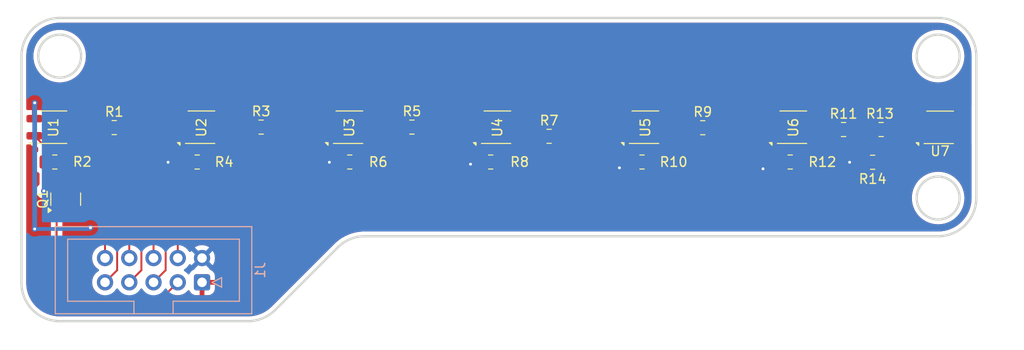
<source format=kicad_pcb>
(kicad_pcb (version 20240108) (generator "pcbnew") (generator_version "8.0")
  (layers (0 "F.Cu" signal) (31 "B.Cu" signal) (34 "B.Paste" user) (35 "F.Paste" user) (36 "B.SilkS" user "B.Silkscreen") (37 "F.SilkS" user "F.Silkscreen") (38 "B.Mask" user) (39 "F.Mask" user) (44 "Edge.Cuts" user))
  (net 0 "")
  (net 1 "BIT_0")
  (net 2 "GND")
  (net 3 "BIT_4")
  (net 4 "BIT_3")
  (net 5 "LED_ON")
  (net 6 "BIT_5")
  (net 7 "VCC_3V3")
  (net 8 "BIT_1")
  (net 9 "BIT_2")
  (net 10 "BIT_6")
  (net 11 "Net-(Q1-D)")
  (net 12 "Net-(U1-K)")
  (net 13 "Net-(U2-K)")
  (net 14 "Net-(U3-K)")
  (net 15 "Net-(U4-K)")
  (net 16 "Net-(U5-K)")
  (net 17 "Net-(U6-K)")
  (net 18 "Net-(U7-K)")
  (footprint "Resistor_SMD:R_0805_2012Metric_Pad1.20x1.40mm_HandSolder" (layer "F.Cu") (at 144.7546 107.4166)
    (property "Reference" "R6" (at 2.9812 0 0) (layer "F.SilkS"))
    (property "Value" "47k (1%)" (hide yes))
    (fp_line (start -0.227064 -0.735) (end 0.227064 -0.735) (stroke (width 0.12)) (layer "F.SilkS"))
    (fp_line (start -0.227064 0.735) (end 0.227064 0.735) (stroke (width 0.12)) (layer "F.SilkS"))
    (pad "1" smd roundrect (at -1 0) (size 1.2 1.4) (layers "F.Cu" "F.Paste" "F.Mask") (roundrect_rratio 0.208333) (net 7 "VCC_3V3"))
    (pad "2" smd roundrect (at 1 0) (size 1.2 1.4) (layers "F.Cu" "F.Paste" "F.Mask") (roundrect_rratio 0.208333) (net 9 "BIT_2"))
  )
  (footprint "OptoDevice:OnSemi_CASE100CY" (layer "F.Cu") (at 144.716666 103.7723 90)
    (property "Reference" "U3" (at -0.0375 0 90) (layer "F.SilkS"))
    (property "Value" "QRE1113GR / ITR8307" (hide yes))
    (fp_line (start 1.7 1.4) (end 1.7 -1.4) (stroke (width 0.12)) (layer "F.SilkS"))
    (fp_line (start -1.7 1.4) (end -1.7 -1.67) (stroke (width 0.12)) (layer "F.SilkS"))
    (fp_poly (pts (xy -1.61 -2.23) (xy -1.89 -2.23) (xy -1.61 -2.51) (xy -1.61 -2.23)) (stroke (width 0.12)) (fill solid) (layer "F.SilkS"))
    (pad "1" smd roundrect (at -0.9 -2 90) (size 0.79 1.66) (layers "F.Cu" "F.Paste" "F.Mask") (net 7 "VCC_3V3"))
    (pad "2" smd roundrect (at -0.9 2 90) (size 0.79 1.66) (layers "F.Cu" "F.Paste" "F.Mask") (net 14 "Net-(U3-K)"))
    (pad "3" smd roundrect (at 0.9 2 90) (size 0.79 1.66) (layers "F.Cu" "F.Paste" "F.Mask") (net 9 "BIT_2"))
    (pad "4" smd roundrect (at 0.9 -2 90) (size 0.79 1.66) (layers "F.Cu" "F.Paste" "F.Mask") (net 2 "GND"))
  )
  (footprint "OptoDevice:OnSemi_CASE100CY" (layer "F.Cu") (at 191.208065 103.7723 90)
    (property "Reference" "U6" (at -0.0375 0 90) (layer "F.SilkS"))
    (property "Value" "QRE1113GR / ITR8307" (hide yes))
    (fp_line (start 1.7 1.4) (end 1.7 -1.4) (stroke (width 0.12)) (layer "F.SilkS"))
    (fp_line (start -1.7 1.4) (end -1.7 -1.67) (stroke (width 0.12)) (layer "F.SilkS"))
    (fp_poly (pts (xy -1.61 -2.23) (xy -1.89 -2.23) (xy -1.61 -2.51) (xy -1.61 -2.23)) (stroke (width 0.12)) (fill solid) (layer "F.SilkS"))
    (pad "1" smd roundrect (at -0.9 -2 90) (size 0.79 1.66) (layers "F.Cu" "F.Paste" "F.Mask") (net 7 "VCC_3V3"))
    (pad "2" smd roundrect (at -0.9 2 90) (size 0.79 1.66) (layers "F.Cu" "F.Paste" "F.Mask") (net 17 "Net-(U6-K)"))
    (pad "3" smd roundrect (at 0.9 2 90) (size 0.79 1.66) (layers "F.Cu" "F.Paste" "F.Mask") (net 6 "BIT_5"))
    (pad "4" smd roundrect (at 0.9 -2 90) (size 0.79 1.66) (layers "F.Cu" "F.Paste" "F.Mask") (net 2 "GND"))
  )
  (footprint "Resistor_SMD:R_0805_2012Metric_Pad1.20x1.40mm_HandSolder" (layer "F.Cu") (at 181.724904 103.82439)
    (property "Reference" "R9" (at 0 -1.65 0) (layer "F.SilkS"))
    (property "Value" "47 (1%)" (hide yes))
    (fp_line (start -0.227064 -0.735) (end 0.227064 -0.735) (stroke (width 0.12)) (layer "F.SilkS"))
    (fp_line (start -0.227064 0.735) (end 0.227064 0.735) (stroke (width 0.12)) (layer "F.SilkS"))
    (pad "1" smd roundrect (at -1 0) (size 1.2 1.4) (layers "F.Cu" "F.Paste" "F.Mask") (roundrect_rratio 0.208333) (net 16 "Net-(U5-K)"))
    (pad "2" smd roundrect (at 1 0) (size 1.2 1.4) (layers "F.Cu" "F.Paste" "F.Mask") (roundrect_rratio 0.208333) (net 11 "Net-(Q1-D)"))
  )
  (footprint "Resistor_SMD:R_0805_2012Metric_Pad1.20x1.40mm_HandSolder" (layer "F.Cu") (at 200.406 104.013 180)
    (property "Reference" "R13" (at 0.127 1.651 0) (layer "F.SilkS"))
    (property "Value" "47 (1%)" (hide yes))
    (fp_line (start -0.227064 0.735) (end 0.227064 0.735) (stroke (width 0.12)) (layer "F.SilkS"))
    (fp_line (start -0.227064 -0.735) (end 0.227064 -0.735) (stroke (width 0.12)) (layer "F.SilkS"))
    (pad "1" smd roundrect (at -1 0 180) (size 1.2 1.4) (layers "F.Cu" "F.Paste" "F.Mask") (roundrect_rratio 0.208333) (net 18 "Net-(U7-K)"))
    (pad "2" smd roundrect (at 1 0 180) (size 1.2 1.4) (layers "F.Cu" "F.Paste" "F.Mask") (roundrect_rratio 0.208333) (net 11 "Net-(Q1-D)"))
  )
  (footprint "Resistor_SMD:R_0805_2012Metric_Pad1.20x1.40mm_HandSolder" (layer "F.Cu") (at 165.6334 104.7242)
    (property "Reference" "R7" (at 0 -1.65 0) (layer "F.SilkS"))
    (property "Value" "47 (1%)" (hide yes))
    (fp_line (start -0.227064 -0.735) (end 0.227064 -0.735) (stroke (width 0.12)) (layer "F.SilkS"))
    (fp_line (start -0.227064 0.735) (end 0.227064 0.735) (stroke (width 0.12)) (layer "F.SilkS"))
    (pad "1" smd roundrect (at -1 0) (size 1.2 1.4) (layers "F.Cu" "F.Paste" "F.Mask") (roundrect_rratio 0.208333) (net 15 "Net-(U4-K)"))
    (pad "2" smd roundrect (at 1 0) (size 1.2 1.4) (layers "F.Cu" "F.Paste" "F.Mask") (roundrect_rratio 0.208333) (net 11 "Net-(Q1-D)"))
  )
  (footprint "OptoDevice:OnSemi_CASE100CY" (layer "F.Cu") (at 129.219533 103.7723 90)
    (property "Reference" "U2" (at -0.0375 0 90) (layer "F.SilkS"))
    (property "Value" "QRE1113GR / ITR8307" (hide yes))
    (fp_line (start 1.7 1.4) (end 1.7 -1.4) (stroke (width 0.12)) (layer "F.SilkS"))
    (fp_line (start -1.7 1.4) (end -1.7 -1.67) (stroke (width 0.12)) (layer "F.SilkS"))
    (fp_poly (pts (xy -1.61 -2.23) (xy -1.89 -2.23) (xy -1.61 -2.51) (xy -1.61 -2.23)) (stroke (width 0.12)) (fill solid) (layer "F.SilkS"))
    (pad "1" smd roundrect (at -0.9 -2 90) (size 0.79 1.66) (layers "F.Cu" "F.Paste" "F.Mask") (net 7 "VCC_3V3"))
    (pad "2" smd roundrect (at -0.9 2 90) (size 0.79 1.66) (layers "F.Cu" "F.Paste" "F.Mask") (net 13 "Net-(U2-K)"))
    (pad "3" smd roundrect (at 0.9 2 90) (size 0.79 1.66) (layers "F.Cu" "F.Paste" "F.Mask") (net 8 "BIT_1"))
    (pad "4" smd roundrect (at 0.9 -2 90) (size 0.79 1.66) (layers "F.Cu" "F.Paste" "F.Mask") (net 2 "GND"))
  )
  (footprint "OptoDevice:OnSemi_CASE100CY" (layer "F.Cu") (at 160.213799 103.7723 90)
    (property "Reference" "U4" (at -0.0375 0 90) (layer "F.SilkS"))
    (property "Value" "QRE1113GR / ITR8307" (hide yes))
    (fp_line (start 1.7 1.4) (end 1.7 -1.4) (stroke (width 0.12)) (layer "F.SilkS"))
    (fp_line (start -1.7 1.4) (end -1.7 -1.67) (stroke (width 0.12)) (layer "F.SilkS"))
    (fp_poly (pts (xy -1.61 -2.23) (xy -1.89 -2.23) (xy -1.61 -2.51) (xy -1.61 -2.23)) (stroke (width 0.12)) (fill solid) (layer "F.SilkS"))
    (pad "1" smd roundrect (at -0.9 -2 90) (size 0.79 1.66) (layers "F.Cu" "F.Paste" "F.Mask") (net 7 "VCC_3V3"))
    (pad "2" smd roundrect (at -0.9 2 90) (size 0.79 1.66) (layers "F.Cu" "F.Paste" "F.Mask") (net 15 "Net-(U4-K)"))
    (pad "3" smd roundrect (at 0.9 2 90) (size 0.79 1.66) (layers "F.Cu" "F.Paste" "F.Mask") (net 4 "BIT_3"))
    (pad "4" smd roundrect (at 0.9 -2 90) (size 0.79 1.66) (layers "F.Cu" "F.Paste" "F.Mask") (net 2 "GND"))
  )
  (footprint "OptoDevice:OnSemi_CASE100CY" (layer "F.Cu") (at 113.7224 103.7723 90)
    (property "Reference" "U1" (at -0.0375 0 90) (layer "F.SilkS"))
    (property "Value" "QRE1113GR / ITR8307" (hide yes))
    (fp_line (start 1.7 1.4) (end 1.7 -1.4) (stroke (width 0.12)) (layer "F.SilkS"))
    (fp_line (start -1.7 1.4) (end -1.7 -1.67) (stroke (width 0.12)) (layer "F.SilkS"))
    (fp_poly (pts (xy -1.61 -2.23) (xy -1.89 -2.23) (xy -1.61 -2.51) (xy -1.61 -2.23)) (stroke (width 0.12)) (fill solid) (layer "F.SilkS"))
    (pad "1" smd roundrect (at -0.9 -2 90) (size 0.79 1.66) (layers "F.Cu" "F.Paste" "F.Mask") (net 7 "VCC_3V3"))
    (pad "2" smd roundrect (at -0.9 2 90) (size 0.79 1.66) (layers "F.Cu" "F.Paste" "F.Mask") (net 12 "Net-(U1-K)"))
    (pad "3" smd roundrect (at 0.9 2 90) (size 0.79 1.66) (layers "F.Cu" "F.Paste" "F.Mask") (net 1 "BIT_0"))
    (pad "4" smd roundrect (at 0.9 -2 90) (size 0.79 1.66) (layers "F.Cu" "F.Paste" "F.Mask") (net 2 "GND"))
  )
  (footprint "Resistor_SMD:R_0805_2012Metric_Pad1.20x1.40mm_HandSolder" (layer "F.Cu") (at 128.778 107.4166)
    (property "Reference" "R4" (at 2.8194 0 0) (layer "F.SilkS"))
    (property "Value" "47k (1%)" (hide yes))
    (fp_line (start -0.227064 -0.735) (end 0.227064 -0.735) (stroke (width 0.12)) (layer "F.SilkS"))
    (fp_line (start -0.227064 0.735) (end 0.227064 0.735) (stroke (width 0.12)) (layer "F.SilkS"))
    (pad "1" smd roundrect (at -1 0) (size 1.2 1.4) (layers "F.Cu" "F.Paste" "F.Mask") (roundrect_rratio 0.208333) (net 7 "VCC_3V3"))
    (pad "2" smd roundrect (at 1 0) (size 1.2 1.4) (layers "F.Cu" "F.Paste" "F.Mask") (roundrect_rratio 0.208333) (net 8 "BIT_1"))
  )
  (footprint "OptoDevice:OnSemi_CASE100CY" (layer "F.Cu") (at 175.710932 103.7723 90)
    (property "Reference" "U5" (at -0.0375 0 90) (layer "F.SilkS"))
    (property "Value" "QRE1113GR / ITR8307" (hide yes))
    (fp_line (start 1.7 1.4) (end 1.7 -1.4) (stroke (width 0.12)) (layer "F.SilkS"))
    (fp_line (start -1.7 1.4) (end -1.7 -1.67) (stroke (width 0.12)) (layer "F.SilkS"))
    (fp_poly (pts (xy -1.61 -2.23) (xy -1.89 -2.23) (xy -1.61 -2.51) (xy -1.61 -2.23)) (stroke (width 0.12)) (fill solid) (layer "F.SilkS"))
    (pad "1" smd roundrect (at -0.9 -2 90) (size 0.79 1.66) (layers "F.Cu" "F.Paste" "F.Mask") (net 7 "VCC_3V3"))
    (pad "2" smd roundrect (at -0.9 2 90) (size 0.79 1.66) (layers "F.Cu" "F.Paste" "F.Mask") (net 16 "Net-(U5-K)"))
    (pad "3" smd roundrect (at 0.9 2 90) (size 0.79 1.66) (layers "F.Cu" "F.Paste" "F.Mask") (net 3 "BIT_4"))
    (pad "4" smd roundrect (at 0.9 -2 90) (size 0.79 1.66) (layers "F.Cu" "F.Paste" "F.Mask") (net 2 "GND"))
  )
  (footprint "Resistor_SMD:R_0805_2012Metric_Pad1.20x1.40mm_HandSolder" (layer "F.Cu") (at 151.2664 103.759)
    (property "Reference" "R5" (at 0 -1.65 0) (layer "F.SilkS"))
    (property "Value" "47 (1%)" (hide yes))
    (fp_line (start -0.227064 -0.735) (end 0.227064 -0.735) (stroke (width 0.12)) (layer "F.SilkS"))
    (fp_line (start -0.227064 0.735) (end 0.227064 0.735) (stroke (width 0.12)) (layer "F.SilkS"))
    (pad "1" smd roundrect (at -1 0) (size 1.2 1.4) (layers "F.Cu" "F.Paste" "F.Mask") (roundrect_rratio 0.208333) (net 14 "Net-(U3-K)"))
    (pad "2" smd roundrect (at 1 0) (size 1.2 1.4) (layers "F.Cu" "F.Paste" "F.Mask") (roundrect_rratio 0.208333) (net 11 "Net-(Q1-D)"))
  )
  (footprint "Resistor_SMD:R_0805_2012Metric_Pad1.20x1.40mm_HandSolder" (layer "F.Cu") (at 190.881 107.4166)
    (property "Reference" "R12" (at 3.3688 0 0) (layer "F.SilkS"))
    (property "Value" "47k (1%)" (hide yes))
    (fp_line (start -0.227064 -0.735) (end 0.227064 -0.735) (stroke (width 0.12)) (layer "F.SilkS"))
    (fp_line (start -0.227064 0.735) (end 0.227064 0.735) (stroke (width 0.12)) (layer "F.SilkS"))
    (pad "1" smd roundrect (at -1 0) (size 1.2 1.4) (layers "F.Cu" "F.Paste" "F.Mask") (roundrect_rratio 0.208333) (net 7 "VCC_3V3"))
    (pad "2" smd roundrect (at 1 0) (size 1.2 1.4) (layers "F.Cu" "F.Paste" "F.Mask") (roundrect_rratio 0.208333) (net 6 "BIT_5"))
  )
  (footprint "Resistor_SMD:R_0805_2012Metric_Pad1.20x1.40mm_HandSolder" (layer "F.Cu") (at 175.3616 107.4166)
    (property "Reference" "R10" (at 3.3114 0 0) (layer "F.SilkS"))
    (property "Value" "47k (1%)" (hide yes))
    (fp_line (start -0.227064 -0.735) (end 0.227064 -0.735) (stroke (width 0.12)) (layer "F.SilkS"))
    (fp_line (start -0.227064 0.735) (end 0.227064 0.735) (stroke (width 0.12)) (layer "F.SilkS"))
    (pad "1" smd roundrect (at -1 0) (size 1.2 1.4) (layers "F.Cu" "F.Paste" "F.Mask") (roundrect_rratio 0.208333) (net 7 "VCC_3V3"))
    (pad "2" smd roundrect (at 1 0) (size 1.2 1.4) (layers "F.Cu" "F.Paste" "F.Mask") (roundrect_rratio 0.208333) (net 3 "BIT_4"))
  )
  (footprint "Resistor_SMD:R_0805_2012Metric_Pad1.20x1.40mm_HandSolder" (layer "F.Cu") (at 159.512 107.4166)
    (property "Reference" "R8" (at 3.032 0 0) (layer "F.SilkS"))
    (property "Value" "47k (1%)" (hide yes))
    (fp_line (start -0.227064 -0.735) (end 0.227064 -0.735) (stroke (width 0.12)) (layer "F.SilkS"))
    (fp_line (start -0.227064 0.735) (end 0.227064 0.735) (stroke (width 0.12)) (layer "F.SilkS"))
    (pad "1" smd roundrect (at -1 0) (size 1.2 1.4) (layers "F.Cu" "F.Paste" "F.Mask") (roundrect_rratio 0.208333) (net 7 "VCC_3V3"))
    (pad "2" smd roundrect (at 1 0) (size 1.2 1.4) (layers "F.Cu" "F.Paste" "F.Mask") (roundrect_rratio 0.208333) (net 4 "BIT_3"))
  )
  (footprint "Resistor_SMD:R_0805_2012Metric_Pad1.20x1.40mm_HandSolder" (layer "F.Cu") (at 196.469 104.013)
    (property "Reference" "R11" (at 0 -1.65 0) (layer "F.SilkS"))
    (property "Value" "47 (1%)" (hide yes))
    (fp_line (start -0.227064 -0.735) (end 0.227064 -0.735) (stroke (width 0.12)) (layer "F.SilkS"))
    (fp_line (start -0.227064 0.735) (end 0.227064 0.735) (stroke (width 0.12)) (layer "F.SilkS"))
    (pad "1" smd roundrect (at -1 0) (size 1.2 1.4) (layers "F.Cu" "F.Paste" "F.Mask") (roundrect_rratio 0.208333) (net 17 "Net-(U6-K)"))
    (pad "2" smd roundrect (at 1 0) (size 1.2 1.4) (layers "F.Cu" "F.Paste" "F.Mask") (roundrect_rratio 0.208333) (net 11 "Net-(Q1-D)"))
  )
  (footprint "Resistor_SMD:R_0805_2012Metric_Pad1.20x1.40mm_HandSolder" (layer "F.Cu") (at 120.0912 103.8098)
    (property "Reference" "R1" (at 0 -1.65 0) (layer "F.SilkS"))
    (property "Value" "47 (1%)" (hide yes))
    (fp_line (start -0.227064 -0.735) (end 0.227064 -0.735) (stroke (width 0.12)) (layer "F.SilkS"))
    (fp_line (start -0.227064 0.735) (end 0.227064 0.735) (stroke (width 0.12)) (layer "F.SilkS"))
    (pad "1" smd roundrect (at -1 0) (size 1.2 1.4) (layers "F.Cu" "F.Paste" "F.Mask") (roundrect_rratio 0.208333) (net 12 "Net-(U1-K)"))
    (pad "2" smd roundrect (at 1 0) (size 1.2 1.4) (layers "F.Cu" "F.Paste" "F.Mask") (roundrect_rratio 0.208333) (net 11 "Net-(Q1-D)"))
  )
  (footprint "OptoDevice:OnSemi_CASE100CY" (layer "F.Cu") (at 206.5782 103.7844 90)
    (property "Reference" "U7" (at -2.5 0 0) (layer "F.SilkS"))
    (property "Value" "QRE1113GR / ITR8307" (hide yes))
    (fp_line (start 1.7 1.4) (end 1.7 -1.4) (stroke (width 0.12)) (layer "F.SilkS"))
    (fp_line (start -1.7 1.4) (end -1.7 -1.67) (stroke (width 0.12)) (layer "F.SilkS"))
    (fp_poly (pts (xy -1.61 -2.23) (xy -1.89 -2.23) (xy -1.61 -2.51) (xy -1.61 -2.23)) (stroke (width 0.12)) (fill solid) (layer "F.SilkS"))
    (pad "1" smd roundrect (at -0.9 -2 90) (size 0.79 1.66) (layers "F.Cu" "F.Paste" "F.Mask") (net 7 "VCC_3V3"))
    (pad "2" smd roundrect (at -0.9 2 90) (size 0.79 1.66) (layers "F.Cu" "F.Paste" "F.Mask") (net 18 "Net-(U7-K)"))
    (pad "3" smd roundrect (at 0.9 2 90) (size 0.79 1.66) (layers "F.Cu" "F.Paste" "F.Mask") (net 10 "BIT_6"))
    (pad "4" smd roundrect (at 0.9 -2 90) (size 0.79 1.66) (layers "F.Cu" "F.Paste" "F.Mask") (net 2 "GND"))
  )
  (footprint "Package_TO_SOT_SMD:SOT-23" (layer "F.Cu") (at 115.00769 111.309255 90)
    (property "Reference" "Q1" (at 0 -2.4 90) (layer "F.SilkS"))
    (property "Value" "AO3400A" (hide yes))
    (fp_line (start 0 -1.56) (end 0.65 -1.56) (stroke (width 0.12)) (layer "F.SilkS"))
    (fp_line (start 0 -1.56) (end -0.65 -1.56) (stroke (width 0.12)) (layer "F.SilkS"))
    (fp_line (start 0 1.56) (end 0.65 1.56) (stroke (width 0.12)) (layer "F.SilkS"))
    (fp_line (start 0 1.56) (end -0.65 1.56) (stroke (width 0.12)) (layer "F.SilkS"))
    (fp_poly (pts (xy -1.1625 -1.51) (xy -1.4025 -1.84) (xy -0.9225 -1.84) (xy -1.1625 -1.51)) (stroke (width 0.12)) (fill solid) (layer "F.SilkS"))
    (pad "1" smd roundrect (at -0.9375 -0.95 90) (size 1.475 0.6) (layers "F.Cu" "F.Paste" "F.Mask") (net 5 "LED_ON"))
    (pad "2" smd roundrect (at -0.9375 0.95 90) (size 1.475 0.6) (layers "F.Cu" "F.Paste" "F.Mask") (net 2 "GND"))
    (pad "3" smd roundrect (at 0.9375 0 90) (size 1.475 0.6) (layers "F.Cu" "F.Paste" "F.Mask") (net 11 "Net-(Q1-D)"))
  )
  (footprint "Resistor_SMD:R_0805_2012Metric_Pad1.20x1.40mm_HandSolder" (layer "F.Cu") (at 199.517 107.442)
    (property "Reference" "R14" (at 0 1.7526 0) (layer "F.SilkS"))
    (property "Value" "47k (1%)" (hide yes))
    (fp_line (start -0.227064 -0.735) (end 0.227064 -0.735) (stroke (width 0.12)) (layer "F.SilkS"))
    (fp_line (start -0.227064 0.735) (end 0.227064 0.735) (stroke (width 0.12)) (layer "F.SilkS"))
    (pad "1" smd roundrect (at -1 0) (size 1.2 1.4) (layers "F.Cu" "F.Paste" "F.Mask") (roundrect_rratio 0.208333) (net 7 "VCC_3V3"))
    (pad "2" smd roundrect (at 1 0) (size 1.2 1.4) (layers "F.Cu" "F.Paste" "F.Mask") (roundrect_rratio 0.208333) (net 10 "BIT_6"))
  )
  (footprint "Resistor_SMD:R_0805_2012Metric_Pad1.20x1.40mm_HandSolder" (layer "F.Cu") (at 113.8682 107.4166)
    (property "Reference" "R2" (at 2.8796 -0.0254 0) (layer "F.SilkS"))
    (property "Value" "47k (1%)" (hide yes))
    (fp_line (start -0.227064 -0.735) (end 0.227064 -0.735) (stroke (width 0.12)) (layer "F.SilkS"))
    (fp_line (start -0.227064 0.735) (end 0.227064 0.735) (stroke (width 0.12)) (layer "F.SilkS"))
    (pad "1" smd roundrect (at -1 0) (size 1.2 1.4) (layers "F.Cu" "F.Paste" "F.Mask") (roundrect_rratio 0.208333) (net 7 "VCC_3V3"))
    (pad "2" smd roundrect (at 1 0) (size 1.2 1.4) (layers "F.Cu" "F.Paste" "F.Mask") (roundrect_rratio 0.208333) (net 1 "BIT_0"))
  )
  (footprint "Resistor_SMD:R_0805_2012Metric_Pad1.20x1.40mm_HandSolder" (layer "F.Cu") (at 135.4742 103.759)
    (property "Reference" "R3" (at 0 -1.65 0) (layer "F.SilkS"))
    (property "Value" "47 (1%)" (hide yes))
    (fp_line (start -0.227064 -0.735) (end 0.227064 -0.735) (stroke (width 0.12)) (layer "F.SilkS"))
    (fp_line (start -0.227064 0.735) (end 0.227064 0.735) (stroke (width 0.12)) (layer "F.SilkS"))
    (pad "1" smd roundrect (at -1 0) (size 1.2 1.4) (layers "F.Cu" "F.Paste" "F.Mask") (roundrect_rratio 0.208333) (net 13 "Net-(U2-K)"))
    (pad "2" smd roundrect (at 1 0) (size 1.2 1.4) (layers "F.Cu" "F.Paste" "F.Mask") (roundrect_rratio 0.208333) (net 11 "Net-(Q1-D)"))
  )
  (footprint "Connector_IDC:IDC-Header_2x05_P2.54mm_Vertical" (layer "B.Cu") (at 129.286 120.015 90)
    (property "Reference" "J1" (at 1.27 6.1 -90) (layer "B.SilkS") (effects (justify mirror)))
    (property "Value" "Conn_02x05_Counter_Clockwise" (hide yes))
    (fp_line (start 5.83 -15.37) (end 5.83 5.21) (stroke (width 0.12)) (layer "B.SilkS"))
    (fp_line (start -3.29 -15.37) (end 5.83 -15.37) (stroke (width 0.12)) (layer "B.SilkS"))
    (fp_line (start 4.52 -14.07) (end 4.52 3.91) (stroke (width 0.12)) (layer "B.SilkS"))
    (fp_line (start -1.98 -14.07) (end 4.52 -14.07) (stroke (width 0.12)) (layer "B.SilkS"))
    (fp_line (start -1.98 -7.13) (end -1.98 -14.07) (stroke (width 0.12)) (layer "B.SilkS"))
    (fp_line (start -1.98 -7.13) (end -1.98 -7.13) (stroke (width 0.12)) (layer "B.SilkS"))
    (fp_line (start -3.29 -7.13) (end -1.98 -7.13) (stroke (width 0.12)) (layer "B.SilkS"))
    (fp_line (start -1.98 -3.03) (end -3.29 -3.03) (stroke (width 0.12)) (layer "B.SilkS"))
    (fp_line (start -0.01 1.05) (end -0.51 2.05) (stroke (width 0.12)) (layer "B.SilkS"))
    (fp_line (start 0.49 2.05) (end -0.01 1.05) (stroke (width 0.12)) (layer "B.SilkS"))
    (fp_line (start -0.51 2.05) (end 0.49 2.05) (stroke (width 0.12)) (layer "B.SilkS"))
    (fp_line (start 4.52 3.91) (end -1.98 3.91) (stroke (width 0.12)) (layer "B.SilkS"))
    (fp_line (start -1.98 3.91) (end -1.98 -3.03) (stroke (width 0.12)) (layer "B.SilkS"))
    (fp_line (start 5.83 5.21) (end -3.29 5.21) (stroke (width 0.12)) (layer "B.SilkS"))
    (fp_line (start -3.29 5.21) (end -3.29 -15.37) (stroke (width 0.12)) (layer "B.SilkS"))
    (pad "1" thru_hole roundrect (at 0 0 90) (size 1.7 1.7) (drill 1) (layers "*.Cu" "*.Mask") (roundrect_rratio 0.147059) (net 2 "GND"))
    (pad "2" thru_hole circle (at 2.54 0 90) (size 1.7 1.7) (drill 1) (layers "*.Cu" "*.Mask") (net 7 "VCC_3V3"))
    (pad "3" thru_hole circle (at 0 -2.54 90) (size 1.7 1.7) (drill 1) (layers "*.Cu" "*.Mask") (net 5 "LED_ON"))
    (pad "4" thru_hole circle (at 2.54 -2.54 90) (size 1.7 1.7) (drill 1) (layers "*.Cu" "*.Mask") (net 10 "BIT_6"))
    (pad "5" thru_hole circle (at 0 -5.08 90) (size 1.7 1.7) (drill 1) (layers "*.Cu" "*.Mask") (net 6 "BIT_5"))
    (pad "6" thru_hole circle (at 2.54 -5.08 90) (size 1.7 1.7) (drill 1) (layers "*.Cu" "*.Mask") (net 3 "BIT_4"))
    (pad "7" thru_hole circle (at 0 -7.62 90) (size 1.7 1.7) (drill 1) (layers "*.Cu" "*.Mask") (net 4 "BIT_3"))
    (pad "8" thru_hole circle (at 2.54 -7.62 90) (size 1.7 1.7) (drill 1) (layers "*.Cu" "*.Mask") (net 9 "BIT_2"))
    (pad "9" thru_hole circle (at 0 -10.16 90) (size 1.7 1.7) (drill 1) (layers "*.Cu" "*.Mask") (net 8 "BIT_1"))
    (pad "10" thru_hole circle (at 2.54 -10.16 90) (size 1.7 1.7) (drill 1) (layers "*.Cu" "*.Mask") (net 1 "BIT_0"))
  )
  (gr_arc (start 110.375 96.329) (mid 111.546573 93.500573) (end 114.374999 92.329) (stroke (width 0.25)) (layer "Edge.Cuts"))
  (gr_arc (start 210.375 111.189) (mid 209.203427 114.017427) (end 206.375 115.189) (stroke (width 0.25)) (layer "Edge.Cuts"))
  (gr_circle (center 206.375 111.189) (end 208.625 111.189) (stroke (width 0.25)) (fill none) (layer "Edge.Cuts"))
  (gr_arc (start 114.375 124.079) (mid 111.546573 122.907427) (end 110.375 120.079001) (stroke (width 0.25)) (layer "Edge.Cuts"))
  (gr_line (start 206.375 92.329) (end 114.374999 92.329) (stroke (width 0.25)) (layer "Edge.Cuts"))
  (gr_arc (start 206.375 92.329) (mid 209.203427 93.500573) (end 210.375 96.329) (stroke (width 0.25)) (layer "Edge.Cuts"))
  (gr_line (start 136.946573 122.907427) (end 143.493427 116.360573) (stroke (width 0.25)) (layer "Edge.Cuts"))
  (gr_line (start 114.375 124.079) (end 134.118146 124.079) (stroke (width 0.25)) (layer "Edge.Cuts"))
  (gr_line (start 146.321854 115.189) (end 206.375 115.189) (stroke (width 0.25)) (layer "Edge.Cuts"))
  (gr_circle (center 114.375 96.329) (end 116.625 96.329) (stroke (width 0.25)) (fill none) (layer "Edge.Cuts"))
  (gr_line (start 110.375 96.329) (end 110.375 120.079001) (stroke (width 0.25)) (layer "Edge.Cuts"))
  (gr_line (start 210.375 111.189) (end 210.375 96.329) (stroke (width 0.25)) (layer "Edge.Cuts"))
  (gr_arc (start 136.946573 122.907427) (mid 135.64888 123.774518) (end 134.118146 124.079) (stroke (width 0.25)) (layer "Edge.Cuts"))
  (gr_arc (start 143.493427 116.360573) (mid 144.79112 115.493482) (end 146.321854 115.189) (stroke (width 0.25)) (layer "Edge.Cuts"))
  (gr_circle (center 206.375 96.329) (end 208.625 96.329) (stroke (width 0.25)) (fill none) (layer "Edge.Cuts"))
  (segment (start 119.126 111.6744) (end 119.126 117.475) (width 0.2) (layer "F.Cu") (net 1))
  (segment (start 115.4684 107.2388) (end 115.4684 107.2642) (width 0.2) (layer "F.Cu") (net 1))
  (segment (start 115.4684 107.2642) (end 115.316 107.4166) (width 0.2) (layer "F.Cu") (net 1))
  (segment (start 116.8524 105.8548) (end 115.4684 107.2388) (width 0.2) (layer "F.Cu") (net 1))
  (segment (start 115.316 107.4166) (end 114.8682 107.4166) (width 0.2) (layer "F.Cu") (net 1))
  (segment (start 114.8682 107.4166) (end 119.126 111.6744) (width 0.2) (layer "F.Cu") (net 1))
  (segment (start 115.7224 102.8723) (end 116.8524 104.0023) (width 0.2) (layer "F.Cu") (net 1))
  (segment (start 116.8524 104.0023) (end 116.8524 105.8548) (width 0.2) (layer "F.Cu") (net 1))
  (segment (start 111.7224 102.8723) (end 111.7224 101.2566) (width 0.5) (layer "F.Cu") (net 2))
  (segment (start 111.7224 101.2566) (end 111.76 101.219) (width 0.2) (layer "F.Cu") (net 2))
  (via (at 111.76 114.427) (size 0.6) (drill 0.3) (layers "F.Cu" "B.Cu") (net 2))
  (via (at 111.76 101.219) (size 0.6) (drill 0.3) (layers "F.Cu" "B.Cu") (net 2))
  (via (at 117.602 114.3) (size 0.6) (drill 0.3) (layers "F.Cu" "B.Cu") (net 2))
  (segment (start 117.602 114.3) (end 117.475 114.427) (width 0.4) (layer "B.Cu") (net 2))
  (segment (start 111.76 101.219) (end 111.76 114.427) (width 0.5) (layer "B.Cu") (net 2))
  (segment (start 117.475 114.427) (end 111.76 114.427) (width 0.4) (layer "B.Cu") (net 2))
  (segment (start 175.6284 109.639) (end 129.005628 109.639) (width 0.2) (layer "F.Cu") (net 3))
  (segment (start 177.710932 102.8723) (end 176.2252 104.358032) (width 0.2) (layer "F.Cu") (net 3))
  (segment (start 124.206 114.438628) (end 124.206 117.475) (width 0.2) (layer "F.Cu") (net 3))
  (segment (start 176.2252 104.358032) (end 176.2252 109.0422) (width 0.2) (layer "F.Cu") (net 3))
  (segment (start 129.005628 109.639) (end 124.206 114.438628) (width 0.2) (layer "F.Cu") (net 3))
  (segment (start 176.2252 109.0422) (end 175.6284 109.639) (width 0.2) (layer "F.Cu") (net 3))
  (segment (start 122.936 118.745) (end 122.936 115.142942) (width 0.2) (layer "F.Cu") (net 4))
  (segment (start 159.747 109.239) (end 160.4644 108.5216) (width 0.2) (layer "F.Cu") (net 4))
  (segment (start 121.666 120.015) (end 122.936 118.745) (width 0.2) (layer "F.Cu") (net 4))
  (segment (start 128.839942 109.239) (end 159.747 109.239) (width 0.2) (layer "F.Cu") (net 4))
  (segment (start 160.4644 108.5216) (end 160.4644 104.621699) (width 0.2) (layer "F.Cu") (net 4))
  (segment (start 160.4644 104.621699) (end 162.213799 102.8723) (width 0.2) (layer "F.Cu") (net 4))
  (segment (start 122.936 115.142942) (end 128.839942 109.239) (width 0.2) (layer "F.Cu") (net 4))
  (segment (start 124.587 122.174) (end 126.746 120.015) (width 0.2) (layer "F.Cu") (net 5))
  (segment (start 114.05769 118.88369) (end 117.348 122.174) (width 0.2) (layer "F.Cu") (net 5))
  (segment (start 117.348 122.174) (end 124.587 122.174) (width 0.2) (layer "F.Cu") (net 5))
  (segment (start 114.05769 112.246755) (end 114.05769 118.88369) (width 0.2) (layer "F.Cu") (net 5))
  (segment (start 191.881 104.199365) (end 191.881 109.49) (width 0.2) (layer "F.Cu") (net 6))
  (segment (start 129.171314 110.039) (end 125.476 113.734314) (width 0.2) (layer "F.Cu") (net 6))
  (segment (start 193.208065 102.8723) (end 191.881 104.199365) (width 0.2) (layer "F.Cu") (net 6))
  (segment (start 191.881 109.49) (end 191.332 110.039) (width 0.2) (layer "F.Cu") (net 6))
  (segment (start 125.476 118.745) (end 124.206 120.015) (width 0.2) (layer "F.Cu") (net 6))
  (segment (start 191.332 110.039) (end 129.171314 110.039) (width 0.2) (layer "F.Cu") (net 6))
  (segment (start 125.476 113.734314) (end 125.476 118.745) (width 0.2) (layer "F.Cu") (net 6))
  (segment (start 158.213799 106.169199) (end 158.213799 104.6723) (width 0.2) (layer "F.Cu") (net 7))
  (segment (start 202.438 105.918) (end 203.6716 104.6844) (width 0.2) (layer "F.Cu") (net 7))
  (segment (start 158.242 106.1974) (end 158.213799 106.169199) (width 0.2) (layer "F.Cu") (net 7))
  (segment (start 197.104 107.442) (end 198.517 107.442) (width 0.2) (layer "F.Cu") (net 7))
  (segment (start 112.7318 107.2802) (end 112.8682 107.4166) (width 0.2) (layer "F.Cu") (net 7))
  (segment (start 198.517 106.664) (end 199.263 105.918) (width 0.2) (layer "F.Cu") (net 7))
  (segment (start 112.8682 110.2962) (end 112.7252 110.4392) (width 0.2) (layer "F.Cu") (net 7))
  (segment (start 127.778 107.4166) (end 127.778 105.230767) (width 0.2) (layer "F.Cu") (net 7))
  (segment (start 112.8682 107.4166) (end 112.8682 110.2962) (width 0.2) (layer "F.Cu") (net 7))
  (segment (start 158.242 107.6452) (end 158.242 106.1974) (width 0.2) (layer "F.Cu") (net 7))
  (segment (start 198.517 107.442) (end 198.517 106.664) (width 0.2) (layer "F.Cu") (net 7))
  (segment (start 112.7318 105.6817) (end 112.7318 107.2802) (width 0.2) (layer "F.Cu") (net 7))
  (segment (start 142.6464 107.4166) (end 142.621 107.442) (width 0.2) (layer "F.Cu") (net 7))
  (segment (start 143.7546 107.4166) (end 142.6464 107.4166) (width 0.2) (layer "F.Cu") (net 7))
  (segment (start 143.7546 107.4166) (end 143.7546 105.710234) (width 0.2) (layer "F.Cu") (net 7))
  (segment (start 125.73 107.442) (end 127.7526 107.442) (width 0.2) (layer "F.Cu") (net 7))
  (segment (start 188.0362 108.1278) (end 190.3062 108.1278) (width 0.2) (layer "F.Cu") (net 7))
  (segment (start 190.3062 107.0704) (end 189.208065 105.972265) (width 0.2) (layer "F.Cu") (net 7))
  (segment (start 172.9994 108.0262) (end 174.2252 108.0262) (width 0.2) (layer "F.Cu") (net 7))
  (segment (start 157.4038 107.6452) (end 158.242 107.6452) (width 0.2) (layer "F.Cu") (net 7))
  (segment (start 143.7546 105.710234) (end 142.716666 104.6723) (width 0.2) (layer "F.Cu") (net 7))
  (segment (start 199.263 105.918) (end 202.438 105.918) (width 0.2) (layer "F.Cu") (net 7))
  (segment (start 189.208065 105.972265) (end 189.208065 104.6723) (width 0.2) (layer "F.Cu") (net 7))
  (segment (start 174.2252 105.186568) (end 173.710932 104.6723) (width 0.2) (layer "F.Cu") (net 7))
  (segment (start 190.3062 108.1278) (end 190.3062 107.0704) (width 0.2) (layer "F.Cu") (net 7))
  (segment (start 127.7526 107.442) (end 127.778 107.4166) (width 0.2) (layer "F.Cu") (net 7))
  (segment (start 127.778 105.230767) (end 127.219533 104.6723) (width 0.2) (layer "F.Cu") (net 7))
  (segment (start 203.6716 104.6844) (end 204.5782 104.6844) (width 0.2) (layer "F.Cu") (net 7))
  (segment (start 111.7224 104.6723) (end 112.7318 105.6817) (width 0.2) (layer "F.Cu") (net 7))
  (segment (start 174.2252 108.0262) (end 174.2252 105.186568) (width 0.2) (layer "F.Cu") (net 7))
  (via (at 125.73 107.442) (size 0.6) (drill 0.3) (layers "F.Cu" "B.Cu") (net 7))
  (via (at 142.621 107.442) (size 0.6) (drill 0.3) (layers "F.Cu" "B.Cu") (net 7))
  (via (at 197.104 107.442) (size 0.6) (drill 0.3) (layers "F.Cu" "B.Cu") (net 7))
  (via (at 172.9994 108.0262) (size 0.6) (drill 0.3) (layers "F.Cu" "B.Cu") (net 7))
  (via (at 157.4038 107.6452) (size 0.6) (drill 0.3) (layers "F.Cu" "B.Cu") (net 7))
  (via (at 188.0362 108.1278) (size 0.6) (drill 0.3) (layers "F.Cu" "B.Cu") (net 7))
  (via (at 112.7252 110.4392) (size 0.6) (drill 0.3) (layers "F.Cu" "B.Cu") (net 7))
  (segment (start 129.778 107.16957) (end 129.778 104.313833) (width 0.2) (layer "F.Cu") (net 8))
  (segment (start 129.778 104.313833) (end 131.219533 102.8723) (width 0.2) (layer "F.Cu") (net 8))
  (segment (start 120.396 116.55157) (end 129.778 107.16957) (width 0.2) (layer "F.Cu") (net 8))
  (segment (start 119.126 120.015) (end 120.396 118.745) (width 0.2) (layer "F.Cu") (net 8))
  (segment (start 120.396 118.745) (end 120.396 116.55157) (width 0.2) (layer "F.Cu") (net 8))
  (segment (start 145.586666 105.081344) (end 145.669 105.163678) (width 0.2) (layer "F.Cu") (net 9))
  (segment (start 145.586666 104.0023) (end 145.586666 105.081344) (width 0.2) (layer "F.Cu") (net 9))
  (segment (start 145.669 108.585) (end 145.415 108.839) (width 0.2) (layer "F.Cu") (net 9))
  (segment (start 145.669 105.163678) (end 145.669 108.585) (width 0.2) (layer "F.Cu") (net 9))
  (segment (start 128.674256 108.839) (end 121.666 115.847256) (width 0.2) (layer "F.Cu") (net 9))
  (segment (start 145.415 108.839) (end 128.674256 108.839) (width 0.2) (layer "F.Cu") (net 9))
  (segment (start 121.666 115.847256) (end 121.666 117.475) (width 0.2) (layer "F.Cu") (net 9))
  (segment (start 146.716666 102.8723) (end 145.586666 104.0023) (width 0.2) (layer "F.Cu") (net 9))
  (segment (start 126.746 113.03) (end 126.746 117.475) (width 0.2) (layer "F.Cu") (net 10))
  (segment (start 200.517 107.442) (end 200.66 107.442) (width 0.2) (layer "F.Cu") (net 10))
  (segment (start 208.5782 102.9993) (end 205.7865 105.791) (width 0.2) (layer "F.Cu") (net 10))
  (segment (start 201.803 108.585) (end 199.949 110.439) (width 0.2) (layer "F.Cu") (net 10))
  (segment (start 129.337 110.439) (end 126.746 113.03) (width 0.2) (layer "F.Cu") (net 10))
  (segment (start 204.597 105.791) (end 201.803 108.585) (width 0.2) (layer "F.Cu") (net 10))
  (segment (start 199.949 110.439) (end 129.337 110.439) (width 0.2) (layer "F.Cu") (net 10))
  (segment (start 208.5782 102.8844) (end 208.5782 102.9993) (width 0.2) (layer "F.Cu") (net 10))
  (segment (start 205.7865 105.791) (end 204.597 105.791) (width 0.2) (layer "F.Cu") (net 10))
  (segment (start 200.66 107.442) (end 201.803 108.585) (width 0.2) (layer "F.Cu") (net 10))
  (segment (start 128.793789 103.759) (end 121.142 103.759) (width 0.2) (layer "F.Cu") (net 11))
  (segment (start 159.766 103.759) (end 152.2664 103.759) (width 0.2) (layer "F.Cu") (net 11))
  (segment (start 113.4364 103.0224) (end 113.4364 106.1974) (width 0.2) (layer "F.Cu") (net 11))
  (segment (start 164.0865 102.1773) (end 161.3477 102.1773) (width 0.2) (layer "F.Cu") (net 11))
  (segment (start 197.469 103.362) (end 197.469 104.013) (width 0.2) (layer "F.Cu") (net 11))
  (segment (start 144.272 103.759) (end 136.4742 103.759) (width 0.2) (layer "F.Cu") (net 11))
  (segment (start 145.8537 102.1773) (end 144.653 103.378) (width 0.2) (layer "F.Cu") (net 11))
  (segment (start 150.6847 102.1773) (end 145.8537 102.1773) (width 0.2) (layer "F.Cu") (net 11))
  (segment (start 136.4742 103.759) (end 134.8925 102.1773) (width 0.2) (layer "F.Cu") (net 11))
  (segment (start 144.5768 103.4542) (end 144.272 103.759) (width 0.2) (layer "F.Cu") (net 11))
  (segment (start 121.0912 103.8098) (end 119.0587 101.7773) (width 0.2) (layer "F.Cu") (net 11))
  (segment (start 196.215 102.108) (end 197.469 103.362) (width 0.2) (layer "F.Cu") (net 11))
  (segment (start 175.0314 103.9368) (end 176.9872 101.981) (width 0.2) (layer "F.Cu") (net 11))
  (segment (start 166.6334 104.7242) (end 164.0865 102.1773) (width 0.2) (layer "F.Cu") (net 11))
  (segment (start 130.375489 102.1773) (end 128.793789 103.759) (width 0.2) (layer "F.Cu") (net 11))
  (segment (start 113.8936 106.6546) (end 113.8936 109.257665) (width 0.2) (layer "F.Cu") (net 11))
  (segment (start 167.4208 103.9368) (end 175.0314 103.9368) (width 0.2) (layer "F.Cu") (net 11))
  (segment (start 190.71401 103.82439) (end 191.008 103.5304) (width 0.2) (layer "F.Cu") (net 11))
  (segment (start 161.3477 102.1773) (end 159.766 103.759) (width 0.2) (layer "F.Cu") (net 11))
  (segment (start 119.0587 101.7773) (end 114.6815 101.7773) (width 0.2) (layer "F.Cu") (net 11))
  (segment (start 134.8925 102.1773) (end 130.375489 102.1773) (width 0.2) (layer "F.Cu") (net 11))
  (segment (start 176.9872 101.981) (end 181.102 101.981) (width 0.2) (layer "F.Cu") (net 11))
  (segment (start 191.010921 103.5304) (end 192.433321 102.108) (width 0.2) (layer "F.Cu") (net 11))
  (segment (start 191.008 103.5304) (end 191.010921 103.5304) (width 0.2) (layer "F.Cu") (net 11))
  (segment (start 181.102 101.981) (end 182.724904 103.603904) (width 0.2) (layer "F.Cu") (net 11))
  (segment (start 113.4364 106.1974) (end 113.8936 106.6546) (width 0.2) (layer "F.Cu") (net 11))
  (segment (start 113.8936 109.257665) (end 115.00769 110.371755) (width 0.2) (layer "F.Cu") (net 11))
  (segment (start 114.6815 101.7773) (end 113.4364 103.0224) (width 0.2) (layer "F.Cu") (net 11))
  (segment (start 182.724904 103.82439) (end 190.71401 103.82439) (width 0.2) (layer "F.Cu") (net 11))
  (segment (start 144.653 103.378) (end 144.653 103.4542) (width 0.2) (layer "F.Cu") (net 11))
  (segment (start 121.142 103.759) (end 121.0912 103.8098) (width 0.2) (layer "F.Cu") (net 11))
  (segment (start 166.6334 104.7242) (end 167.4208 103.9368) (width 0.2) (layer "F.Cu") (net 11))
  (segment (start 152.2664 103.759) (end 150.6847 102.1773) (width 0.2) (layer "F.Cu") (net 11))
  (segment (start 182.724904 103.603904) (end 182.724904 103.82439) (width 0.2) (layer "F.Cu") (net 11))
  (segment (start 192.433321 102.108) (end 196.215 102.108) (width 0.2) (layer "F.Cu") (net 11))
  (segment (start 144.653 103.4542) (end 144.5768 103.4542) (width 0.2) (layer "F.Cu") (net 11))
  (segment (start 199.406 104.013) (end 197.469 104.013) (width 0.2) (layer "F.Cu") (net 11))
  (segment (start 114.1465 104.6723) (end 115.7224 104.6723) (width 0.2) (layer "F.Cu") (net 12))
  (segment (start 117.4587 102.1773) (end 114.8657 102.1773) (width 0.2) (layer "F.Cu") (net 12))
  (segment (start 113.8428 104.3686) (end 114.1465 104.6723) (width 0.2) (layer "F.Cu") (net 12))
  (segment (start 119.0912 103.8098) (end 117.4587 102.1773) (width 0.2) (layer "F.Cu") (net 12))
  (segment (start 114.8657 102.1773) (end 113.8428 103.2002) (width 0.2) (layer "F.Cu") (net 12))
  (segment (start 113.8428 103.2002) (end 113.8428 104.3686) (width 0.2) (layer "F.Cu") (net 12))
  (segment (start 133.731 103.759) (end 132.8177 104.6723) (width 0.2) (layer "F.Cu") (net 13))
  (segment (start 134.4742 103.759) (end 133.731 103.759) (width 0.2) (layer "F.Cu") (net 13))
  (segment (start 132.8177 104.6723) (end 131.219533 104.6723) (width 0.2) (layer "F.Cu") (net 13))
  (segment (start 148.9456 103.759) (end 150.2664 103.759) (width 0.2) (layer "F.Cu") (net 14))
  (segment (start 148.0323 104.6723) (end 148.9456 103.759) (width 0.2) (layer "F.Cu") (net 14))
  (segment (start 146.716666 104.6723) (end 148.0323 104.6723) (width 0.2) (layer "F.Cu") (net 14))
  (segment (start 164.5815 104.6723) (end 164.6334 104.7242) (width 0.2) (layer "F.Cu") (net 15))
  (segment (start 162.213799 104.6723) (end 164.5815 104.6723) (width 0.2) (layer "F.Cu") (net 15))
  (segment (start 179.876994 104.6723) (end 177.710932 104.6723) (width 0.2) (layer "F.Cu") (net 16))
  (segment (start 180.724904 103.82439) (end 179.876994 104.6723) (width 0.2) (layer "F.Cu") (net 16))
  (segment (start 194.961 104.521) (end 193.359365 104.521) (width 0.2) (layer "F.Cu") (net 17))
  (segment (start 195.469 104.013) (end 194.961 104.521) (width 0.2) (layer "F.Cu") (net 17))
  (segment (start 193.359365 104.521) (end 193.208065 104.6723) (width 0.2) (layer "F.Cu") (net 17))
  (segment (start 209.7082 103.5544) (end 208.5782 104.6844) (width 0.2) (layer "F.Cu") (net 18))
  (segment (start 206.037556 103.886) (end 207.734156 102.1894) (width 0.2) (layer "F.Cu") (net 18))
  (segment (start 209.7082 102.475356) (end 209.7082 103.5544) (width 0.2) (layer "F.Cu") (net 18))
  (segment (start 201.406 104.013) (end 201.533 103.886) (width 0.2) (layer "F.Cu") (net 18))
  (segment (start 207.734156 102.1894) (end 209.422244 102.1894) (width 0.2) (layer "F.Cu") (net 18))
  (segment (start 209.422244 102.1894) (end 209.7082 102.475356) (width 0.2) (layer "F.Cu") (net 18))
  (segment (start 201.533 103.886) (end 206.037556 103.886) (width 0.2) (layer "F.Cu") (net 18))
  (zone (net 2) (net_name "GND") (layer "F.Cu") (connect_pads (clearance 0.5)) (min_thickness 0.25) (fill yes (thermal_gap 0.5) (thermal_bridge_width 0.5))
    (polygon (pts (xy 215.011 91.2876) (xy 212.8012 117.9322) (xy 144.4498 116.713) (xy 135.509 126.111) (xy 109.1184 123.9012) (xy 108.1278 90.678)))
  )
  (zone (net 7) (net_name "VCC_3V3") (layer "B.Cu") (connect_pads (clearance 0.5)) (min_thickness 0.25) (fill yes (thermal_gap 0.5) (thermal_bridge_width 0.5))
    (polygon (pts (xy 215.367964 91.058713) (xy 213.285164 117.830313) (xy 144.933764 116.611113) (xy 135.89 127.127) (xy 109.602364 123.799313) (xy 108.484764 90.449113)))
  )
)
</source>
